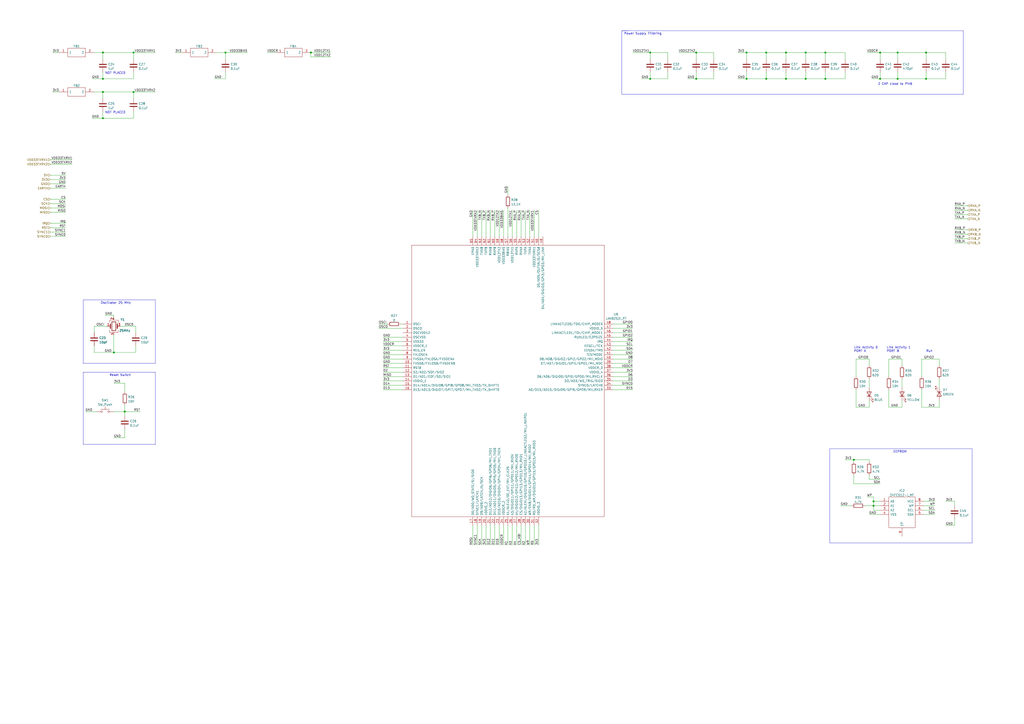
<source format=kicad_sch>
(kicad_sch (version 20230121) (generator eeschema)
  (paper "A2")
  (lib_symbols
    (symbol "CMS_EEPROM:24FC512-I_MF" (pin_names (offset 0.762))
      (property "Reference" "IC" (at 21.59 7.62 0))
      (property "Value" "24FC512-I_MF" (at 21.59 5.08 0))
      (symbol "24FC512-I_MF_0_0"
        (pin passive line (at 0 0 0) (length 5.08) (name "A0") (number "1"))
        (pin passive line (at 0 -2.54 0) (length 5.08) (name "A1") (number "2"))
        (pin passive line (at 0 -5.08 0) (length 5.08) (name "A2") (number "3"))
        (pin passive line (at 0 -7.62 0) (length 5.08) (name "VSS") (number "4"))
        (pin passive line (at 25.4 -7.62 180) (length 5.08) (name "SDA") (number "5"))
        (pin passive line (at 25.4 -5.08 180) (length 5.08) (name "SCL") (number "6"))
        (pin passive line (at 25.4 -2.54 180) (length 5.08) (name "WP") (number "7"))
        (pin passive line (at 25.4 0 180) (length 5.08) (name "VCC") (number "8"))
        (pin passive line (at 12.7 -20.32 90) (length 5.08) (name "EP") (number "9"))
      )
      (symbol "24FC512-I_MF_0_1"
        (polyline (pts (xy 5.08 2.54) (xy 20.32 2.54) (xy 20.32 -15.24) (xy 5.08 -15.24) (xy 5.08 2.54)) (stroke (width 0.1524)))
      )
    )
    (symbol "CMS_Ferrite:BLM18EG221SN1D" (pin_names (offset 0.762))
      (property "Reference" "FB" (at 16.51 7.62 0))
      (symbol "BLM18EG221SN1D_0_0"
        (pin passive line (at 0 0 0) (length 5.08) (name "1") (number "1"))
        (pin passive line (at 20.32 0 180) (length 5.08) (name "2") (number "2"))
      )
      (symbol "BLM18EG221SN1D_0_1"
        (polyline (pts (xy 5.08 2.54) (xy 15.24 2.54) (xy 15.24 -2.54) (xy 5.08 -2.54) (xy 5.08 2.54)) (stroke (width 0.1524)))
      )
    )
    (symbol "CMS_LAN:LAN9252I_PT" (pin_names (offset 0.762))
      (property "Reference" "U" (at 118.11 50.8 0))
      (property "Value" "LAN9252I_PT" (at 118.11 48.26 0))
      (symbol "LAN9252I_PT_0_0"
        (pin passive line (at 0 0 0) (length 5.08) (name "OSCI") (number "1"))
        (pin passive line (at 0 -22.86 0) (length 5.08) (name "FXSDB/FXLOSB/FXSDENB") (number "10"))
        (pin passive line (at 0 -25.4 0) (length 5.08) (name "RST#") (number "11"))
        (pin passive line (at 0 -27.94 0) (length 5.08) (name "D2/AD2/SOF/SIO2") (number "12"))
        (pin passive line (at 0 -30.48 0) (length 5.08) (name "D1/AD1/EOF/SO/SIO1") (number "13"))
        (pin passive line (at 0 -33.02 0) (length 5.08) (name "VDDIO_1") (number "14"))
        (pin passive line (at 0 -35.56 0) (length 5.08) (name "D14/AD14/DIGIO8/GPI8/GPO8/MII_TXD3/TX_SHIFT1") (number "15"))
        (pin passive line (at 0 -38.1 0) (length 5.08) (name "D13/AD13/DIGIO7/GPI7/GPO7/MII_TXD2/TX_SHIFT0") (number "16"))
        (pin passive line (at 40.64 -116.84 90) (length 5.08) (name "D0/AD0/WD_STATE/SI/SIO0") (number "17"))
        (pin passive line (at 43.18 -116.84 90) (length 5.08) (name "SYNC1/LATCH1") (number "18"))
        (pin passive line (at 45.72 -116.84 90) (length 5.08) (name "D9/AD9/LATCH_IN/SCK") (number "19"))
        (pin passive line (at 0 -2.54 0) (length 5.08) (name "OSCO") (number "2"))
        (pin passive line (at 48.26 -116.84 90) (length 5.08) (name "VDDIO_2") (number "20"))
        (pin passive line (at 50.8 -116.84 90) (length 5.08) (name "D12/AD12/DIGIO6/GPI6/GPO6/MII_TXD1") (number "21"))
        (pin passive line (at 53.34 -116.84 90) (length 5.08) (name "D11/AD11/DIGIO5/GPI5/GPO5/MII_TXD0") (number "22"))
        (pin passive line (at 55.88 -116.84 90) (length 5.08) (name "D10/AD10/DIGIO4/GPI4/GPO4/MII_TXEN") (number "23"))
        (pin passive line (at 58.42 -116.84 90) (length 5.08) (name "VDDCR_2") (number "24"))
        (pin passive line (at 60.96 -116.84 90) (length 5.08) (name "A1/ALELO/OE_EXT/MII_CLK25") (number "25"))
        (pin passive line (at 63.5 -116.84 90) (length 5.08) (name "A3/DIGIO11/GPI11/GPO11/MII_RXDV") (number "26"))
        (pin passive line (at 66.04 -116.84 90) (length 5.08) (name "A4/DIGIO12/GPI12/GPO12/MII_RXD0") (number "27"))
        (pin passive line (at 68.58 -116.84 90) (length 5.08) (name "CS/DIGIO13/GPI13/GPO13/MII_RXD1") (number "28"))
        (pin passive line (at 71.12 -116.84 90) (length 5.08) (name "A2/ALEHI/DIGIO10/GPI10/GPO10/_LINKACTLED2/MII_LINKPOL") (number "29"))
        (pin passive line (at 0 -5.08 0) (length 5.08) (name "OSCVDD12") (number "3"))
        (pin passive line (at 73.66 -116.84 90) (length 5.08) (name "WR/ENB/DIGIO14/GPI14/GPO14/MII_RXD2") (number "30"))
        (pin passive line (at 76.2 -116.84 90) (length 5.08) (name "RD/RD_WR/DIGIO15/GPI15/GPO15/MII_RXD3") (number "31"))
        (pin passive line (at 78.74 -116.84 90) (length 5.08) (name "VDDIO_3") (number "32"))
        (pin passive line (at 121.92 -38.1 180) (length 5.08) (name "A0/D15/AD15/DIGIO9/GPI9/GPO9/MII_RXER") (number "33"))
        (pin passive line (at 121.92 -35.56 180) (length 5.08) (name "SYNC0/LATCH0") (number "34"))
        (pin passive line (at 121.92 -33.02 180) (length 5.08) (name "D3/AD3/WD_TRIG/SIO3") (number "35"))
        (pin passive line (at 121.92 -30.48 180) (length 5.08) (name "D6/AD6/DIGIO0/GPI0/GPO0/MII_RXCLK") (number "36"))
        (pin passive line (at 121.92 -27.94 180) (length 5.08) (name "VDDIO_4") (number "37"))
        (pin passive line (at 121.92 -25.4 180) (length 5.08) (name "VDDCR_3") (number "38"))
        (pin passive line (at 121.92 -22.86 180) (length 5.08) (name "D7/AD7/DIGIO1/GPI1/GPO1/MII_MDC") (number "39"))
        (pin passive line (at 0 -7.62 0) (length 5.08) (name "OSCVSS") (number "4"))
        (pin passive line (at 121.92 -20.32 180) (length 5.08) (name "D8/AD8/DIGIO2/GPI2/GPO2/MII_MDIO") (number "40"))
        (pin passive line (at 121.92 -17.78 180) (length 5.08) (name "TESTMODE") (number "41"))
        (pin passive line (at 121.92 -15.24 180) (length 5.08) (name "EESDA/TMS") (number "42"))
        (pin passive line (at 121.92 -12.7 180) (length 5.08) (name "EESCL/TCK") (number "43"))
        (pin passive line (at 121.92 -10.16 180) (length 5.08) (name "IRQ") (number "44"))
        (pin passive line (at 121.92 -7.62 180) (length 5.08) (name "RUNLED/E2PSIZE") (number "45"))
        (pin passive line (at 121.92 -5.08 180) (length 5.08) (name "LINKACTLED1/TDI/CHIP_MODE1") (number "46"))
        (pin passive line (at 121.92 -2.54 180) (length 5.08) (name "VDDIO_5") (number "47"))
        (pin passive line (at 121.92 0 180) (length 5.08) (name "LINKACTLED0/TDO/CHIP_MODE0") (number "48"))
        (pin passive line (at 81.28 50.8 270) (length 5.08) (name "D4/AD4/DIGIO3/GPI3/GPO3/MII_LINK") (number "49"))
        (pin passive line (at 0 -10.16 0) (length 5.08) (name "VDD33") (number "5"))
        (pin passive line (at 78.74 50.8 270) (length 5.08) (name "D5/AD5/OUTVALID/SCS#") (number "50"))
        (pin passive line (at 76.2 50.8 270) (length 5.08) (name "VDD33TXRX1") (number "51"))
        (pin passive line (at 73.66 50.8 270) (length 5.08) (name "TXNA") (number "52"))
        (pin passive line (at 71.12 50.8 270) (length 5.08) (name "TXPA") (number "53"))
        (pin passive line (at 68.58 50.8 270) (length 5.08) (name "RXNA") (number "54"))
        (pin passive line (at 66.04 50.8 270) (length 5.08) (name "RXPA") (number "55"))
        (pin passive line (at 63.5 50.8 270) (length 5.08) (name "VDD12TX1") (number "56"))
        (pin passive line (at 60.96 50.8 270) (length 5.08) (name "RBIAS") (number "57"))
        (pin passive line (at 58.42 50.8 270) (length 5.08) (name "VDD33BIAS") (number "58"))
        (pin passive line (at 55.88 50.8 270) (length 5.08) (name "VDD12TX2") (number "59"))
        (pin passive line (at 0 -12.7 0) (length 5.08) (name "VDDCR_1") (number "6"))
        (pin passive line (at 53.34 50.8 270) (length 5.08) (name "RXPB") (number "60"))
        (pin passive line (at 50.8 50.8 270) (length 5.08) (name "RXNB") (number "61"))
        (pin passive line (at 48.26 50.8 270) (length 5.08) (name "TXPB") (number "62"))
        (pin passive line (at 45.72 50.8 270) (length 5.08) (name "TXNB") (number "63"))
        (pin passive line (at 43.18 50.8 270) (length 5.08) (name "VDD33TXRX2") (number "64"))
        (pin passive line (at 40.64 50.8 270) (length 5.08) (name "EPAD") (number "65"))
        (pin passive line (at 0 -15.24 0) (length 5.08) (name "REG_EN") (number "7"))
        (pin passive line (at 0 -17.78 0) (length 5.08) (name "FXLOSEN") (number "8"))
        (pin passive line (at 0 -20.32 0) (length 5.08) (name "FXSDA/FXLOSA/FXSDENA") (number "9"))
      )
      (symbol "LAN9252I_PT_0_1"
        (polyline (pts (xy 5.08 45.72) (xy 116.84 45.72) (xy 116.84 -111.76) (xy 5.08 -111.76) (xy 5.08 45.72)) (stroke (width 0.1524)))
      )
    )
    (symbol "Device:C" (pin_numbers hide) (pin_names (offset 0.254))
      (property "Reference" "C" (at 0.635 2.54 0))
      (property "Value" "C" (at 0.635 -2.54 0))
      (symbol "C_0_1"
        (polyline (pts (xy -2.032 -0.762) (xy 2.032 -0.762)) (stroke (width 0.508)))
        (polyline (pts (xy -2.032 0.762) (xy 2.032 0.762)) (stroke (width 0.508)))
      )
      (symbol "C_1_1"
        (pin passive line (at 0 3.81 270) (length 2.794) (name "~") (number "1"))
        (pin passive line (at 0 -3.81 90) (length 2.794) (name "~") (number "2"))
      )
    )
    (symbol "Device:Crystal_GND24" (pin_names (offset 1.016) hide)
      (property "Reference" "Y" (at 3.175 5.08 0))
      (property "Value" "Crystal_GND24" (at 3.175 3.175 0))
      (symbol "Crystal_GND24_0_1"
        (rectangle (start -1.143 2.54) (end 1.143 -2.54) (stroke (width 0.3048)))
        (polyline (pts (xy -2.54 0) (xy -2.032 0)))
        (polyline (pts (xy -2.032 -1.27) (xy -2.032 1.27)) (stroke (width 0.508)))
        (polyline (pts (xy 0 -3.81) (xy 0 -3.556)))
        (polyline (pts (xy 0 3.556) (xy 0 3.81)))
        (polyline (pts (xy 2.032 -1.27) (xy 2.032 1.27)) (stroke (width 0.508)))
        (polyline (pts (xy 2.032 0) (xy 2.54 0)))
        (polyline (pts (xy -2.54 -2.286) (xy -2.54 -3.556) (xy 2.54 -3.556) (xy 2.54 -2.286)))
        (polyline (pts (xy -2.54 2.286) (xy -2.54 3.556) (xy 2.54 3.556) (xy 2.54 2.286)))
      )
      (symbol "Crystal_GND24_1_1"
        (pin passive line (at -3.81 0 0) (length 1.27) (name "1") (number "1"))
        (pin passive line (at 0 5.08 270) (length 1.27) (name "2") (number "2"))
        (pin passive line (at 3.81 0 180) (length 1.27) (name "3") (number "3"))
        (pin passive line (at 0 -5.08 90) (length 1.27) (name "4") (number "4"))
      )
    )
    (symbol "Device:LED" (pin_numbers hide) (pin_names (offset 1.016) hide)
      (property "Reference" "D" (at 0 2.54 0))
      (property "Value" "LED" (at 0 -2.54 0))
      (symbol "LED_0_1"
        (polyline (pts (xy -1.27 -1.27) (xy -1.27 1.27)) (stroke (width 0.254)))
        (polyline (pts (xy -1.27 0) (xy 1.27 0)))
        (polyline (pts (xy 1.27 -1.27) (xy 1.27 1.27) (xy -1.27 0) (xy 1.27 -1.27)) (stroke (width 0.254)))
        (polyline (pts (xy -3.048 -0.762) (xy -4.572 -2.286) (xy -3.81 -2.286) (xy -4.572 -2.286) (xy -4.572 -1.524)))
        (polyline (pts (xy -1.778 -0.762) (xy -3.302 -2.286) (xy -2.54 -2.286) (xy -3.302 -2.286) (xy -3.302 -1.524)))
      )
      (symbol "LED_1_1"
        (pin passive line (at -3.81 0 0) (length 2.54) (name "K") (number "1"))
        (pin passive line (at 3.81 0 180) (length 2.54) (name "A") (number "2"))
      )
    )
    (symbol "Device:R" (pin_numbers hide) (pin_names (offset 0))
      (property "Reference" "R" (at 2.032 0 90))
      (property "Value" "R" (at 0 0 90))
      (symbol "R_0_1"
        (rectangle (start -1.016 -2.54) (end 1.016 2.54) (stroke (width 0.254)))
      )
      (symbol "R_1_1"
        (pin passive line (at 0 3.81 270) (length 1.27) (name "~") (number "1"))
        (pin passive line (at 0 -3.81 90) (length 1.27) (name "~") (number "2"))
      )
    )
    (symbol "Switch:SW_Push" (pin_numbers hide) (pin_names (offset 1.016) hide)
      (property "Reference" "SW" (at 1.27 2.54 0))
      (property "Value" "SW_Push" (at 0 -1.524 0))
      (symbol "SW_Push_0_1"
        (circle (center -2.032 0) (radius 0.508))
        (polyline (pts (xy 0 1.27) (xy 0 3.048)))
        (polyline (pts (xy 2.54 1.27) (xy -2.54 1.27)))
        (circle (center 2.032 0) (radius 0.508))
        (pin passive line (at -5.08 0 0) (length 2.54) (name "1") (number "1"))
        (pin passive line (at 5.08 0 180) (length 2.54) (name "2") (number "2"))
      )
    )
  )
  (junction (at 537.21 45.72))
  (junction (at 506.73 293.37))
  (junction (at 377.19 30.48))
  (junction (at 77.47 30.48))
  (junction (at 510.54 45.72))
  (junction (at 433.07 45.72))
  (junction (at 520.7 45.72))
  (junction (at 66.04 204.47))
  (junction (at 495.3 266.7))
  (junction (at 59.69 30.48))
  (junction (at 455.93 30.48))
  (junction (at 433.07 30.48))
  (junction (at 506.73 290.83))
  (junction (at 72.39 238.76))
  (junction (at 467.36 30.48))
  (junction (at 59.69 45.72))
  (junction (at 537.21 30.48))
  (junction (at 478.79 45.72))
  (junction (at 444.5 30.48))
  (junction (at 444.5 45.72))
  (junction (at 455.93 45.72))
  (junction (at 77.47 53.34))
  (junction (at 59.69 53.34))
  (junction (at 130.81 30.48))
  (junction (at 478.79 30.48))
  (junction (at 403.86 45.72))
  (junction (at 180.34 30.48))
  (junction (at 403.86 30.48))
  (junction (at 59.69 68.58))
  (junction (at 520.7 30.48))
  (junction (at 377.19 45.72))
  (junction (at 510.54 30.48))
  (junction (at 467.36 45.72))
  (wire (pts (xy 444.5 30.48) (xy 455.93 30.48)))
  (polyline (pts (xy 48.26 215.9) (xy 90.17 215.9)))
  (wire (pts (xy 387.35 41.91) (xy 387.35 45.72)))
  (wire (pts (xy 297.18 316.23) (xy 297.18 304.8)))
  (wire (pts (xy 367.03 195.58) (xy 355.6 195.58)))
  (wire (pts (xy 77.47 53.34) (xy 90.17 53.34)))
  (wire (pts (xy 304.8 316.23) (xy 304.8 304.8)))
  (wire (pts (xy 59.69 53.34) (xy 59.69 57.15)))
  (wire (pts (xy 553.72 138.43) (xy 561.34 138.43)))
  (wire (pts (xy 534.67 226.06) (xy 534.67 236.22)))
  (wire (pts (xy 284.48 316.23) (xy 284.48 304.8)))
  (wire (pts (xy 59.69 64.77) (xy 59.69 68.58)))
  (wire (pts (xy 222.25 198.12) (xy 233.68 198.12)))
  (polyline (pts (xy 563.88 260.35) (xy 563.88 314.96)))
  (wire (pts (xy 307.34 316.23) (xy 307.34 304.8)))
  (wire (pts (xy 444.5 30.48) (xy 444.5 34.29)))
  (wire (pts (xy 553.72 127) (xy 561.34 127)))
  (polyline (pts (xy 90.17 215.9) (xy 90.17 257.81)))
  (wire (pts (xy 495.3 280.67) (xy 510.54 280.67)))
  (wire (pts (xy 478.79 30.48) (xy 478.79 34.29)))
  (wire (pts (xy 78.74 200.66) (xy 78.74 204.47)))
  (wire (pts (xy 222.25 213.36) (xy 233.68 213.36)))
  (wire (pts (xy 29.21 120.65) (xy 38.1 120.65)))
  (wire (pts (xy 29.21 101.6) (xy 38.1 101.6)))
  (wire (pts (xy 66.04 204.47) (xy 78.74 204.47)))
  (wire (pts (xy 294.64 316.23) (xy 294.64 304.8)))
  (wire (pts (xy 54.61 204.47) (xy 66.04 204.47)))
  (wire (pts (xy 72.39 222.25) (xy 72.39 227.33)))
  (wire (pts (xy 312.42 316.23) (xy 312.42 304.8)))
  (wire (pts (xy 49.53 238.76) (xy 55.88 238.76)))
  (polyline (pts (xy 360.68 54.61) (xy 558.8 54.61)))
  (wire (pts (xy 523.24 232.41) (xy 523.24 236.22)))
  (wire (pts (xy 403.86 45.72) (xy 414.02 45.72)))
  (wire (pts (xy 490.22 30.48) (xy 490.22 34.29)))
  (wire (pts (xy 309.88 316.23) (xy 309.88 304.8)))
  (wire (pts (xy 495.3 266.7) (xy 490.22 266.7)))
  (wire (pts (xy 506.73 293.37) (xy 506.73 295.91)))
  (polyline (pts (xy 481.33 260.35) (xy 481.33 314.96)))
  (wire (pts (xy 54.61 30.48) (xy 59.69 30.48)))
  (polyline (pts (xy 48.26 173.99) (xy 48.26 210.82)))
  (wire (pts (xy 510.54 30.48) (xy 520.7 30.48)))
  (wire (pts (xy 377.19 30.48) (xy 387.35 30.48)))
  (wire (pts (xy 38.1 129.54) (xy 29.21 129.54)))
  (wire (pts (xy 367.03 220.98) (xy 355.6 220.98)))
  (wire (pts (xy 367.03 187.96) (xy 355.6 187.96)))
  (wire (pts (xy 478.79 41.91) (xy 478.79 45.72)))
  (wire (pts (xy 180.34 30.48) (xy 191.77 30.48)))
  (wire (pts (xy 309.88 121.92) (xy 309.88 137.16)))
  (wire (pts (xy 537.21 30.48) (xy 548.64 30.48)))
  (wire (pts (xy 72.39 248.92) (xy 72.39 254)))
  (wire (pts (xy 444.5 41.91) (xy 444.5 45.72)))
  (wire (pts (xy 59.69 30.48) (xy 77.47 30.48)))
  (wire (pts (xy 506.73 295.91) (xy 510.54 295.91)))
  (wire (pts (xy 130.81 30.48) (xy 143.51 30.48)))
  (wire (pts (xy 124.46 45.72) (xy 130.81 45.72)))
  (wire (pts (xy 219.71 190.5) (xy 233.68 190.5)))
  (polyline (pts (xy 90.17 173.99) (xy 90.17 210.82)))
  (wire (pts (xy 542.29 290.83) (xy 535.94 290.83)))
  (wire (pts (xy 59.69 30.48) (xy 59.69 34.29)))
  (wire (pts (xy 553.72 290.83) (xy 548.64 290.83)))
  (wire (pts (xy 455.93 45.72) (xy 467.36 45.72)))
  (wire (pts (xy 54.61 200.66) (xy 54.61 204.47)))
  (wire (pts (xy 38.1 115.57) (xy 29.21 115.57)))
  (wire (pts (xy 29.21 104.14) (xy 38.1 104.14)))
  (polyline (pts (xy 48.26 215.9) (xy 48.26 257.81)))
  (wire (pts (xy 279.4 316.23) (xy 279.4 304.8)))
  (wire (pts (xy 59.69 53.34) (xy 77.47 53.34)))
  (wire (pts (xy 510.54 278.13) (xy 504.19 278.13)))
  (wire (pts (xy 534.67 218.44) (xy 534.67 208.28)))
  (wire (pts (xy 523.24 219.71) (xy 523.24 224.79)))
  (wire (pts (xy 222.25 205.74) (xy 233.68 205.74)))
  (wire (pts (xy 287.02 316.23) (xy 287.02 304.8)))
  (polyline (pts (xy 90.17 257.81) (xy 48.26 257.81)))
  (wire (pts (xy 222.25 203.2) (xy 233.68 203.2)))
  (wire (pts (xy 504.19 232.41) (xy 504.19 236.22)))
  (wire (pts (xy 78.74 193.04) (xy 78.74 189.23)))
  (wire (pts (xy 504.19 208.28) (xy 504.19 212.09)))
  (wire (pts (xy 478.79 45.72) (xy 490.22 45.72)))
  (wire (pts (xy 77.47 64.77) (xy 77.47 68.58)))
  (polyline (pts (xy 48.26 173.99) (xy 90.17 173.99)))
  (wire (pts (xy 495.3 266.7) (xy 504.19 266.7)))
  (wire (pts (xy 455.93 30.48) (xy 467.36 30.48)))
  (wire (pts (xy 455.93 30.48) (xy 455.93 34.29)))
  (wire (pts (xy 66.04 184.15) (xy 66.04 182.88)))
  (wire (pts (xy 302.26 121.92) (xy 302.26 137.16)))
  (wire (pts (xy 534.67 208.28) (xy 544.83 208.28)))
  (wire (pts (xy 433.07 30.48) (xy 444.5 30.48)))
  (wire (pts (xy 496.57 218.44) (xy 496.57 208.28)))
  (wire (pts (xy 294.64 107.95) (xy 294.64 113.03)))
  (wire (pts (xy 403.86 30.48) (xy 414.02 30.48)))
  (wire (pts (xy 496.57 226.06) (xy 496.57 236.22)))
  (wire (pts (xy 38.1 132.08) (xy 29.21 132.08)))
  (wire (pts (xy 515.62 236.22) (xy 523.24 236.22)))
  (wire (pts (xy 467.36 30.48) (xy 478.79 30.48)))
  (wire (pts (xy 537.21 45.72) (xy 548.64 45.72)))
  (wire (pts (xy 222.25 226.06) (xy 233.68 226.06)))
  (wire (pts (xy 367.03 203.2) (xy 355.6 203.2)))
  (wire (pts (xy 77.47 30.48) (xy 90.17 30.48)))
  (wire (pts (xy 520.7 30.48) (xy 537.21 30.48)))
  (wire (pts (xy 520.7 30.48) (xy 520.7 34.29)))
  (polyline (pts (xy 481.33 260.35) (xy 563.88 260.35)))
  (wire (pts (xy 289.56 121.92) (xy 289.56 137.16)))
  (wire (pts (xy 367.03 223.52) (xy 355.6 223.52)))
  (wire (pts (xy 515.62 226.06) (xy 515.62 236.22)))
  (wire (pts (xy 367.03 205.74) (xy 355.6 205.74)))
  (wire (pts (xy 520.7 45.72) (xy 510.54 45.72)))
  (polyline (pts (xy 360.68 17.78) (xy 558.8 17.78)))
  (wire (pts (xy 377.19 30.48) (xy 367.03 30.48)))
  (wire (pts (xy 72.39 234.95) (xy 72.39 238.76)))
  (wire (pts (xy 414.02 30.48) (xy 414.02 34.29)))
  (wire (pts (xy 180.34 33.02) (xy 180.34 30.48)))
  (wire (pts (xy 222.25 200.66) (xy 233.68 200.66)))
  (wire (pts (xy 427.99 30.48) (xy 433.07 30.48)))
  (wire (pts (xy 77.47 30.48) (xy 77.47 34.29)))
  (wire (pts (xy 367.03 200.66) (xy 355.6 200.66)))
  (wire (pts (xy 279.4 121.92) (xy 279.4 137.16)))
  (wire (pts (xy 274.32 121.92) (xy 274.32 137.16)))
  (wire (pts (xy 54.61 53.34) (xy 59.69 53.34)))
  (wire (pts (xy 59.69 45.72) (xy 53.34 45.72)))
  (wire (pts (xy 29.21 92.71) (xy 41.91 92.71)))
  (wire (pts (xy 523.24 208.28) (xy 523.24 212.09)))
  (wire (pts (xy 30.48 30.48) (xy 34.29 30.48)))
  (wire (pts (xy 544.83 219.71) (xy 544.83 224.79)))
  (wire (pts (xy 542.29 295.91) (xy 535.94 295.91)))
  (wire (pts (xy 505.46 45.72) (xy 510.54 45.72)))
  (wire (pts (xy 38.1 137.16) (xy 29.21 137.16)))
  (wire (pts (xy 54.61 193.04) (xy 54.61 189.23)))
  (wire (pts (xy 66.04 194.31) (xy 66.04 204.47)))
  (wire (pts (xy 154.94 30.48) (xy 160.02 30.48)))
  (wire (pts (xy 232.41 187.96) (xy 233.68 187.96)))
  (wire (pts (xy 433.07 41.91) (xy 433.07 45.72)))
  (wire (pts (xy 377.19 45.72) (xy 387.35 45.72)))
  (wire (pts (xy 403.86 41.91) (xy 403.86 45.72)))
  (wire (pts (xy 54.61 189.23) (xy 62.23 189.23)))
  (wire (pts (xy 292.1 121.92) (xy 292.1 137.16)))
  (wire (pts (xy 222.25 223.52) (xy 233.68 223.52)))
  (wire (pts (xy 548.64 41.91) (xy 548.64 45.72)))
  (wire (pts (xy 38.1 109.22) (xy 29.21 109.22)))
  (wire (pts (xy 299.72 316.23) (xy 299.72 304.8)))
  (wire (pts (xy 502.92 288.29) (xy 506.73 288.29)))
  (wire (pts (xy 467.36 30.48) (xy 467.36 34.29)))
  (wire (pts (xy 506.73 290.83) (xy 506.73 293.37)))
  (wire (pts (xy 495.3 280.67) (xy 495.3 275.59)))
  (wire (pts (xy 367.03 210.82) (xy 355.6 210.82)))
  (wire (pts (xy 72.39 241.3) (xy 72.39 238.76)))
  (wire (pts (xy 222.25 220.98) (xy 233.68 220.98)))
  (wire (pts (xy 542.29 298.45) (xy 535.94 298.45)))
  (wire (pts (xy 276.86 121.92) (xy 276.86 137.16)))
  (wire (pts (xy 302.26 316.23) (xy 302.26 304.8)))
  (wire (pts (xy 66.04 238.76) (xy 72.39 238.76)))
  (wire (pts (xy 515.62 218.44) (xy 515.62 208.28)))
  (wire (pts (xy 59.69 68.58) (xy 77.47 68.58)))
  (wire (pts (xy 427.99 45.72) (xy 433.07 45.72)))
  (wire (pts (xy 367.03 213.36) (xy 355.6 213.36)))
  (wire (pts (xy 29.21 106.68) (xy 38.1 106.68)))
  (wire (pts (xy 403.86 34.29) (xy 403.86 30.48)))
  (wire (pts (xy 294.64 120.65) (xy 294.64 137.16)))
  (wire (pts (xy 59.69 41.91) (xy 59.69 45.72)))
  (wire (pts (xy 77.47 53.34) (xy 77.47 57.15)))
  (wire (pts (xy 29.21 95.25) (xy 41.91 95.25)))
  (wire (pts (xy 553.72 121.92) (xy 561.34 121.92)))
  (polyline (pts (xy 558.8 54.61) (xy 558.8 17.78)))
  (wire (pts (xy 367.03 226.06) (xy 355.6 226.06)))
  (wire (pts (xy 299.72 121.92) (xy 299.72 137.16)))
  (wire (pts (xy 130.81 30.48) (xy 130.81 34.29)))
  (wire (pts (xy 274.32 304.8) (xy 274.32 316.23)))
  (wire (pts (xy 355.6 198.12) (xy 367.03 198.12)))
  (wire (pts (xy 553.72 119.38) (xy 561.34 119.38)))
  (wire (pts (xy 537.21 30.48) (xy 537.21 34.29)))
  (wire (pts (xy 490.22 41.91) (xy 490.22 45.72)))
  (wire (pts (xy 444.5 45.72) (xy 455.93 45.72)))
  (wire (pts (xy 504.19 267.97) (xy 504.19 266.7)))
  (wire (pts (xy 520.7 45.72) (xy 537.21 45.72)))
  (wire (pts (xy 287.02 121.92) (xy 287.02 137.16)))
  (wire (pts (xy 433.07 30.48) (xy 433.07 34.29)))
  (wire (pts (xy 367.03 208.28) (xy 355.6 208.28)))
  (wire (pts (xy 387.35 30.48) (xy 387.35 34.29)))
  (wire (pts (xy 367.03 193.04) (xy 355.6 193.04)))
  (wire (pts (xy 372.11 45.72) (xy 377.19 45.72)))
  (wire (pts (xy 367.03 215.9) (xy 355.6 215.9)))
  (wire (pts (xy 367.03 190.5) (xy 355.6 190.5)))
  (wire (pts (xy 403.86 30.48) (xy 393.7 30.48)))
  (wire (pts (xy 414.02 41.91) (xy 414.02 45.72)))
  (wire (pts (xy 398.78 45.72) (xy 403.86 45.72)))
  (wire (pts (xy 504.19 275.59) (xy 504.19 278.13)))
  (polyline (pts (xy 360.68 17.78) (xy 360.68 54.61)))
  (wire (pts (xy 487.68 293.37) (xy 494.03 293.37)))
  (wire (pts (xy 496.57 208.28) (xy 504.19 208.28)))
  (wire (pts (xy 553.72 304.8) (xy 548.64 304.8)))
  (wire (pts (xy 544.83 232.41) (xy 544.83 236.22)))
  (wire (pts (xy 553.72 135.89) (xy 561.34 135.89)))
  (wire (pts (xy 222.25 210.82) (xy 233.68 210.82)))
  (wire (pts (xy 59.69 68.58) (xy 53.34 68.58)))
  (wire (pts (xy 548.64 30.48) (xy 548.64 34.29)))
  (wire (pts (xy 233.68 215.9) (xy 222.25 215.9)))
  (wire (pts (xy 219.71 187.96) (xy 224.79 187.96)))
  (wire (pts (xy 281.94 121.92) (xy 281.94 137.16)))
  (wire (pts (xy 553.72 300.99) (xy 553.72 304.8)))
  (wire (pts (xy 312.42 121.92) (xy 312.42 137.16)))
  (wire (pts (xy 553.72 290.83) (xy 553.72 293.37)))
  (wire (pts (xy 553.72 133.35) (xy 561.34 133.35)))
  (polyline (pts (xy 90.17 210.82) (xy 48.26 210.82)))
  (wire (pts (xy 506.73 290.83) (xy 510.54 290.83)))
  (wire (pts (xy 367.03 218.44) (xy 355.6 218.44)))
  (wire (pts (xy 377.19 41.91) (xy 377.19 45.72)))
  (wire (pts (xy 467.36 41.91) (xy 467.36 45.72)))
  (wire (pts (xy 101.6 30.48) (xy 105.41 30.48)))
  (wire (pts (xy 510.54 30.48) (xy 510.54 34.29)))
  (wire (pts (xy 297.18 121.92) (xy 297.18 137.16)))
  (wire (pts (xy 292.1 316.23) (xy 292.1 304.8)))
  (wire (pts (xy 289.56 316.23) (xy 289.56 304.8)))
  (wire (pts (xy 29.21 118.11) (xy 38.1 118.11)))
  (wire (pts (xy 377.19 34.29) (xy 377.19 30.48)))
  (wire (pts (xy 506.73 293.37) (xy 510.54 293.37)))
  (wire (pts (xy 69.85 189.23) (xy 78.74 189.23)))
  (wire (pts (xy 520.7 41.91) (xy 520.7 45.72)))
  (wire (pts (xy 66.04 222.25) (xy 72.39 222.25)))
  (wire (pts (xy 222.25 195.58) (xy 233.68 195.58)))
  (wire (pts (xy 515.62 208.28) (xy 523.24 208.28)))
  (wire (pts (xy 130.81 41.91) (xy 130.81 45.72)))
  (wire (pts (xy 510.54 41.91) (xy 510.54 45.72)))
  (wire (pts (xy 478.79 30.48) (xy 490.22 30.48)))
  (wire (pts (xy 502.92 30.48) (xy 510.54 30.48)))
  (wire (pts (xy 233.68 218.44) (xy 222.25 218.44)))
  (wire (pts (xy 29.21 123.19) (xy 38.1 123.19)))
  (wire (pts (xy 504.19 219.71) (xy 504.19 224.79)))
  (wire (pts (xy 495.3 266.7) (xy 495.3 267.97)))
  (wire (pts (xy 534.67 236.22) (xy 544.83 236.22)))
  (wire (pts (xy 307.34 121.92) (xy 307.34 137.16)))
  (wire (pts (xy 222.25 208.28) (xy 233.68 208.28)))
  (wire (pts (xy 304.8 121.92) (xy 304.8 137.16)))
  (wire (pts (xy 542.29 293.37) (xy 535.94 293.37)))
  (wire (pts (xy 467.36 45.72) (xy 478.79 45.72)))
  (wire (pts (xy 553.72 140.97) (xy 561.34 140.97)))
  (wire (pts (xy 501.65 293.37) (xy 506.73 293.37)))
  (wire (pts (xy 284.48 121.92) (xy 284.48 137.16)))
  (wire (pts (xy 191.77 33.02) (xy 180.34 33.02)))
  (wire (pts (xy 59.69 45.72) (xy 77.47 45.72)))
  (polyline (pts (xy 563.88 314.96) (xy 481.33 314.96)))
  (wire (pts (xy 30.48 53.34) (xy 34.29 53.34)))
  (wire (pts (xy 60.96 182.88) (xy 66.04 182.88)))
  (wire (pts (xy 276.86 316.23) (xy 276.86 304.8)))
  (polyline (pts (xy 360.68 17.78) (xy 364.49 17.78)))
  (wire (pts (xy 38.1 134.62) (xy 29.21 134.62)))
  (wire (pts (xy 66.04 254) (xy 72.39 254)))
  (wire (pts (xy 77.47 41.91) (xy 77.47 45.72)))
  (wire (pts (xy 455.93 41.91) (xy 455.93 45.72)))
  (wire (pts (xy 496.57 236.22) (xy 504.19 236.22)))
  (wire (pts (xy 506.73 288.29) (xy 506.73 290.83)))
  (wire (pts (xy 537.21 41.91) (xy 537.21 45.72)))
  (wire (pts (xy 281.94 316.23) (xy 281.94 304.8)))
  (wire (pts (xy 544.83 208.28) (xy 544.83 212.09)))
  (wire (pts (xy 125.73 30.48) (xy 130.81 30.48)))
  (wire (pts (xy 553.72 124.46) (xy 561.34 124.46)))
  (wire (pts (xy 433.07 45.72) (xy 444.5 45.72)))
  (wire (pts (xy 72.39 238.76) (xy 81.28 238.76)))
  (wire (pts (xy 504.19 298.45) (xy 510.54 298.45)))
  (text "Oscillator 25 MHz\n" (at 58.42 176.53 0) (effects (font (size 1.27 1.27)) (justify left bottom)))
  (text "Power Supply Filtering" (at 361.95 20.32 0) (effects (font (size 1.27 1.27)) (justify left bottom)))
  (text "EEPROM" (at 518.16 262.89 0) (effects (font (size 1.27 1.27)) (justify left bottom)))
  (text "Run" (at 537.21 204.47 0) (effects (font (size 1.27 1.27)) (justify left bottom)))
  (text "NOT PLACED" (at 60.96 43.18 0) (effects (font (size 1.27 1.27)) (justify left bottom)))
  (text "NOT PLACED" (at 60.96 66.04 0) (effects (font (size 1.27 1.27)) (justify left bottom)))
  (text "Link Activity 0\nPORT A" (at 495.3 204.47 0) (effects (font (size 1.27 1.27)) (justify left bottom)))
  (text "2 CAP close to Pin6" (at 509.27 49.53 0) (effects (font (size 1.27 1.27)) (justify left bottom)))
  (text "Reset Switch" (at 63.5 218.44 0) (effects (font (size 1.27 1.27)) (justify left bottom)))
  (text "Link Activity 1\nPORT B" (at 514.35 204.47 0) (effects (font (size 1.27 1.27)) (justify left bottom)))
  (label "GND" (at 222.25 208.28 0))
  (label "RST" (at 81.28 238.76 180))
  (label "GND" (at 222.25 195.58 0))
  (label "MISO" (at 222.25 218.44 0))
  (label "VDD33TXRX2" (at 276.86 121.92 270))
  (label "GND" (at 222.25 205.74 0))
  (label "VDD12TX1" (at 297.18 121.92 270))
  (label "CS" (at 38.1 115.57 180))
  (label "VDDCR" (at 367.03 213.36 180))
  (label "SCL" (at 367.03 200.66 180))
  (label "D7" (at 367.03 210.82 180))
  (label "A3" (at 297.18 316.23 90))
  (label "GND" (at 64.77 204.47 180))
  (label "SDA" (at 542.29 298.45 180))
  (label "SDA" (at 510.54 280.67 180))
  (label "SYNC1" (at 276.86 316.23 90))
  (label "3V3" (at 548.64 290.83 0))
  (label "VDDCR" (at 154.94 30.48 0))
  (label "D3" (at 367.03 220.98 180))
  (label "WP" (at 502.92 288.29 0))
  (label "D12" (at 284.48 316.23 90))
  (label "GPIO0" (at 497.84 208.28 0))
  (label "3V3" (at 367.03 190.5 180))
  (label "VDD12TX2" (at 393.7 30.48 0))
  (label "3V3" (at 222.25 198.12 0))
  (label "IRQ" (at 367.03 198.12 180))
  (label "SCL" (at 510.54 278.13 180))
  (label "GND" (at 398.78 45.72 0))
  (label "VDD12TX1" (at 367.03 30.48 0))
  (label "GND" (at 504.19 298.45 0))
  (label "RXB_P" (at 553.72 133.35 0))
  (label "D6" (at 367.03 218.44 180))
  (label "CS" (at 312.42 121.92 270))
  (label "GND" (at 427.99 45.72 0))
  (label "D10" (at 289.56 316.23 90))
  (label "GPIO0" (at 367.03 187.96 180))
  (label "SCK" (at 38.1 118.11 180))
  (label "3V3" (at 222.25 203.2 0))
  (label "IRQ" (at 38.1 129.54 180))
  (label "WR" (at 307.34 316.23 90))
  (label "RD" (at 309.88 316.23 90))
  (label "VDD33TXRX1" (at 41.91 92.71 180))
  (label "RXA_N" (at 302.26 121.92 270))
  (label "GND" (at 505.46 45.72 0))
  (label "D14" (at 222.25 223.52 0))
  (label "GND" (at 274.32 121.92 270))
  (label "VDD12TX2" (at 289.56 121.92 270))
  (label "TXA_P" (at 304.8 121.92 270))
  (label "3V3" (at 490.22 266.7 0))
  (label "SYNC0" (at 367.03 223.52 180))
  (label "GPIO1" (at 516.89 208.28 0))
  (label "GND" (at 367.03 205.74 180))
  (label "TXB_N" (at 553.72 140.97 0))
  (label "GPIO1" (at 367.03 193.04 180))
  (label "TXA_P" (at 553.72 124.46 0))
  (label "RXB_N" (at 284.48 121.92 270))
  (label "GND" (at 497.84 236.22 0))
  (label "D13" (at 222.25 226.06 0))
  (label "GPIO2" (at 367.03 195.58 180))
  (label "VDD33TXRX2" (at 41.91 95.25 180))
  (label "SCK" (at 279.4 316.23 90))
  (label "MOSI" (at 38.1 120.65 180))
  (label "GND" (at 49.53 238.76 0))
  (label "3V3" (at 101.6 30.48 0))
  (label "RXB_P" (at 287.02 121.92 270))
  (label "RST" (at 38.1 132.08 180))
  (label "VDD33BIAS" (at 143.51 30.48 180))
  (label "OSCI" (at 219.71 187.96 0))
  (label "GND" (at 294.64 107.95 270))
  (label "GND" (at 222.25 210.82 0))
  (label "VDDCR" (at 222.25 200.66 0))
  (label "RXA_P" (at 553.72 119.38 0))
  (label "5V" (at 38.1 101.6 180))
  (label "A2" (at 304.8 316.23 90))
  (label "MOSI" (at 274.32 316.23 90))
  (label "GND" (at 53.34 45.72 0))
  (label "TXA_N" (at 553.72 127 0))
  (label "3V3" (at 66.04 222.25 0))
  (label "SCL" (at 542.29 295.91 180))
  (label "GND" (at 53.34 68.58 0))
  (label "3V3" (at 281.94 316.23 90))
  (label "3V3" (at 30.48 30.48 0))
  (label "TXA_N" (at 307.34 121.92 270))
  (label "OSC0" (at 77.47 189.23 180))
  (label "A4" (at 299.72 316.23 90))
  (label "D2" (at 222.25 215.9 0))
  (label "3V3" (at 30.48 53.34 0))
  (label "VDDCR" (at 292.1 316.23 90))
  (label "OSC0" (at 219.71 190.5 0))
  (label "RXA_P" (at 299.72 121.92 270))
  (label "GND" (at 516.89 236.22 0))
  (label "OSCI" (at 55.88 189.23 0))
  (label "EARTH" (at 38.1 109.22 180))
  (label "VDD12TX1" (at 191.77 30.48 180))
  (label "A1" (at 294.64 316.23 90))
  (label "TXB_N" (at 279.4 121.92 270))
  (label "SYNC1" (at 38.1 134.62 180))
  (label "TXB_P" (at 553.72 138.43 0))
  (label "3V3" (at 312.42 316.23 90))
  (label "GND" (at 372.11 45.72 0))
  (label "CS_HBI" (at 302.26 316.23 90))
  (label "GND" (at 124.46 45.72 0))
  (label "SYNC0" (at 38.1 137.16 180))
  (label "D11" (at 287.02 316.23 90))
  (label "GND" (at 548.64 304.8 0))
  (label "D8" (at 367.03 208.28 180))
  (label "GND" (at 487.68 293.37 0))
  (label "VDD33TXRX2" (at 90.17 53.34 180))
  (label "3V3" (at 538.48 236.22 0))
  (label "MISO" (at 38.1 123.19 180))
  (label "WP" (at 542.29 293.37 180))
  (label "3V3" (at 222.25 220.98 0))
  (label "GND" (at 66.04 254 0))
  (label "RST" (at 222.25 213.36 0))
  (label "VDD33TXRX1" (at 309.88 121.92 270))
  (label "GND" (at 38.1 106.68 180))
  (label "VDD33BIAS" (at 292.1 121.92 270))
  (label "VDDCR" (at 502.92 30.48 0))
  (label "RXA_N" (at 553.72 121.92 0))
  (label "TXB_P" (at 281.94 121.92 270))
  (label "VDD33TXRX1" (at 90.17 30.48 180))
  (label "RXB_N" (at 553.72 135.89 0))
  (label "GND" (at 60.96 182.88 0))
  (label "VDD12TX2" (at 191.77 33.02 180))
  (label "GPIO2" (at 535.94 208.28 0))
  (label "3V3" (at 367.03 215.9 180))
  (label "3V3" (at 38.1 104.14 180))
  (label "3V3" (at 427.99 30.48 0))
  (label "SDA" (at 367.03 203.2 180))
  (label "3V3" (at 542.29 290.83 180))
  (label "D15" (at 367.03 226.06 180))
  (hierarchical_label "VDD33TXRX1" (shape input) (at 29.21 92.71 180))
  (hierarchical_label "GND" (shape input) (at 29.21 106.68 180))
  (hierarchical_label "MISO" (shape input) (at 29.21 123.19 180))
  (hierarchical_label "IRQ" (shape input) (at 29.21 129.54 180))
  (hierarchical_label "TXB_P" (shape input) (at 561.34 138.43 0))
  (hierarchical_label "MOSI" (shape input) (at 29.21 120.65 180))
  (hierarchical_label "5V" (shape input) (at 29.21 101.6 180))
  (hierarchical_label "RXA_P" (shape input) (at 561.34 119.38 0))
  (hierarchical_label "CS" (shape input) (at 29.21 115.57 180))
  (hierarchical_label "RXB_N" (shape input) (at 561.34 135.89 0))
  (hierarchical_label "SYNC1" (shape input) (at 29.21 134.62 180))
  (hierarchical_label "RXA_N" (shape input) (at 561.34 121.92 0))
  (hierarchical_label "TXA_N" (shape input) (at 561.34 127 0))
  (hierarchical_label "3V3" (shape input) (at 29.21 104.14 180))
  (hierarchical_label "RXB_P" (shape input) (at 561.34 133.35 0))
  (hierarchical_label "VDD33TXRX2" (shape input) (at 29.21 95.25 180))
  (hierarchical_label "TXA_P" (shape input) (at 561.34 124.46 0))
  (hierarchical_label "SYNC0" (shape input) (at 29.21 137.16 180))
  (hierarchical_label "SCK" (shape input) (at 29.21 118.11 180))
  (hierarchical_label "TXB_N" (shape input) (at 561.34 140.97 0))
  (hierarchical_label "EARTH" (shape input) (at 29.21 109.22 180))
  (hierarchical_label "RST" (shape input) (at 29.21 132.08 180))
  (symbol (lib_id "Device:C") (at 414.02 38.1 0) (unit 1)
    (property "Reference" "C34" (at 416.941 37.2653 0) (effects (justify left)))
    (property "Value" "0.1uF" (at 416.941 39.8022 0) (effects (justify left)))
    (property "Footprint" "Capacitor_SMD:C_0603_1608Metric" (effects hide))
    (property "MPN" "C1608X7S2A104K080AB" (effects hide))
  )
  (symbol (lib_id "Device:C") (at 433.07 38.1 0) (unit 1)
    (property "Reference" "C35" (at 435.991 37.2653 0) (effects (justify left)))
    (property "Value" "0.1uF" (at 435.991 39.8022 0) (effects (justify left)))
    (property "Footprint" "Capacitor_SMD:C_0603_1608Metric" (effects hide))
    (property "MPN" "C1608X7S2A104K080AB" (effects hide))
  )
  (symbol (lib_id "Device:R") (at 497.84 293.37 90) (unit 1)
    (property "Reference" "R31" (at 497.84 288.6542 90))
    (property "Value" "4.7K" (at 497.84 291.1911 90))
    (property "Footprint" "Resistor_SMD:R_0603_1608Metric_Pad0.98x0.95mm_HandSolder" (effects hide))
    (property "MPN" "RC0603FR-074K7L" (effects hide))
  )
  (symbol (lib_id "Device:C") (at 548.64 38.1 0) (unit 1)
    (property "Reference" "C44" (at 551.561 37.2653 0) (effects (justify left)))
    (property "Value" "0.1uF" (at 551.561 39.8022 0) (effects (justify left)))
    (property "Footprint" "Capacitor_SMD:C_0603_1608Metric" (effects hide))
    (property "MPN" "C1608X7S2A104K080AB" (effects hide))
  )
  (symbol (lib_id "Device:R") (at 72.39 231.14 0) (unit 1)
    (property "Reference" "R26" (at 74.168 230.3053 0) (effects (justify left)))
    (property "Value" "10K" (at 74.168 232.8422 0) (effects (justify left)))
    (property "Footprint" "Resistor_SMD:R_0603_1608Metric_Pad0.98x0.95mm_HandSolder" (effects hide))
    (property "MPN" "ESR03EZPJ103" (effects hide))
  )
  (symbol (lib_id "Device:C") (at 59.69 60.96 0) (unit 1)
    (property "Reference" "C25" (at 62.611 60.1253 0) (effects (justify left)))
    (property "Value" "1uF" (at 62.611 62.6622 0) (effects (justify left)))
    (property "Footprint" "Capacitor_SMD:C_0603_1608Metric" (effects hide))
    (property "MPN" "C1608X7R1C105K080AC" (effects hide))
  )
  (symbol (lib_id "Device:C") (at 403.86 38.1 0) (unit 1)
    (property "Reference" "C33" (at 406.781 37.2653 0) (effects (justify left)))
    (property "Value" "1uF" (at 406.781 39.8022 0) (effects (justify left)))
    (property "Footprint" "Capacitor_SMD:C_0603_1608Metric" (effects hide))
    (property "MPN" "C1608X7R1C105K080AC" (effects hide))
  )
  (symbol (lib_id "Device:C") (at 78.74 196.85 0) (unit 1)
    (property "Reference" "C29" (at 81.661 196.0153 0) (effects (justify left)))
    (property "Value" "10pF" (at 81.661 198.5522 0) (effects (justify left)))
    (property "Footprint" "Capacitor_SMD:C_0603_1608Metric" (effects hide))
    (property "MPN" "C1608C0G1H100D080AA" (effects hide))
  )
  (symbol (lib_id "Device:C") (at 455.93 38.1 0) (unit 1)
    (property "Reference" "C37" (at 458.851 37.2653 0) (effects (justify left)))
    (property "Value" "0.1uF" (at 458.851 39.8022 0) (effects (justify left)))
    (property "Footprint" "Capacitor_SMD:C_0603_1608Metric" (effects hide))
    (property "MPN" "C1608X7S2A104K080AB" (effects hide))
  )
  (symbol (lib_id "Device:Crystal_GND24") (at 66.04 189.23 0) (unit 1)
    (property "Reference" "Y1" (at 71.12 185.42 0))
    (property "Value" "25MHz" (at 72.39 191.77 0))
    (property "Footprint" "Crystal:Crystal_SMD_Abracon_ABM10-4Pin_2.5x2.0mm" (effects hide))
    (property "MPN" "ABM10-25.000MHZ-D30-T3" (effects hide))
  )
  (symbol (lib_id "Device:LED") (at 523.24 228.6 90) (unit 1)
    (property "Reference" "D6" (at 526.161 229.3528 90) (effects (justify right)))
    (property "Value" "YELLOW" (at 526.161 231.8897 90) (effects (justify right)))
    (property "Footprint" "LED_SMD:LED_0805_2012Metric_Pad1.15x1.40mm_HandSolder" (effects hide))
    (property "MPN" "598-8150-107F" (effects hide))
  )
  (symbol (lib_id "Device:C") (at 444.5 38.1 0) (unit 1)
    (property "Reference" "C36" (at 447.421 37.2653 0) (effects (justify left)))
    (property "Value" "0.1uF" (at 447.421 39.8022 0) (effects (justify left)))
    (property "Footprint" "Capacitor_SMD:C_0603_1608Metric" (effects hide))
    (property "MPN" "C1608X7S2A104K080AB" (effects hide))
  )
  (symbol (lib_id "Device:R") (at 504.19 215.9 0) (unit 1)
    (property "Reference" "R32" (at 505.968 215.0653 0) (effects (justify left)))
    (property "Value" "620" (at 505.968 217.6022 0) (effects (justify left)))
    (property "Footprint" "Resistor_SMD:R_0603_1608Metric_Pad0.98x0.95mm_HandSolder" (effects hide))
    (property "MPN" "RC0603FR-07620RL" (effects hide))
  )
  (symbol (lib_id "Device:R") (at 504.19 271.78 180) (unit 1)
    (property "Reference" "R33" (at 505.968 270.9453 0) (effects (justify right)))
    (property "Value" "4.7K" (at 505.968 273.4822 0) (effects (justify right)))
    (property "Footprint" "Resistor_SMD:R_0603_1608Metric_Pad0.98x0.95mm_HandSolder" (effects hide))
    (property "MPN" "RC0603FR-074K7L" (effects hide))
  )
  (symbol (lib_id "Device:C") (at 553.72 297.18 0) (unit 1)
    (property "Reference" "C45" (at 556.641 296.3453 0) (effects (justify left)))
    (property "Value" "0.1uF" (at 556.641 298.8822 0) (effects (justify left)))
    (property "Footprint" "Capacitor_SMD:C_0603_1608Metric" (effects hide))
    (property "MPN" "C1608X7S2A104K080AB" (effects hide))
  )
  (symbol (lib_id "CMS_LAN:LAN9252I_PT") (at 233.68 187.96 0) (unit 1)
    (property "Reference" "U6" (at 357.3582 182.2535 0))
    (property "Value" "LAN9252I_PT" (at 357.3582 184.7904 0))
    (property "Footprint" "CMS_LAN:LAN9252I_PT" (effects hide))
    (property "Datasheet" "http://ww1.microchip.com/downloads/en/DeviceDoc/00001909A.pdf" (effects hide))
    (property "MPN" "LAN9252I/PT" (effects hide))
  )
  (symbol (lib_id "Device:C") (at 537.21 38.1 0) (unit 1)
    (property "Reference" "C43" (at 540.131 37.2653 0) (effects (justify left)))
    (property "Value" "0.1uF" (at 540.131 39.8022 0) (effects (justify left)))
    (property "Footprint" "Capacitor_SMD:C_0603_1608Metric" (effects hide))
    (property "MPN" "C1608X7S2A104K080AB" (effects hide))
  )
  (symbol (lib_id "Switch:SW_Push") (at 60.96 238.76 0) (unit 1)
    (property "Reference" "SW1" (at 60.96 232.1392 0))
    (property "Value" "SW_Push" (at 60.96 234.6761 0))
    (property "Footprint" "Button_Switch_SMD:SW_Push_1P1T-SH_NO_CK_KMR2xxG" (effects hide))
    (property "MPN" "KMR231GLFS" (effects hide))
  )
  (symbol (lib_id "Device:R") (at 294.64 116.84 0) (unit 1)
    (property "Reference" "R28" (at 296.418 116.0053 0) (effects (justify left)))
    (property "Value" "12.1K" (at 296.418 118.5422 0) (effects (justify left)))
    (property "Footprint" "Resistor_SMD:R_0603_1608Metric_Pad0.98x0.95mm_HandSolder" (effects hide))
    (property "MPN" "RC0603FR-0712K1L" (effects hide))
  )
  (symbol (lib_id "Device:C") (at 54.61 196.85 0) (unit 1)
    (property "Reference" "C23" (at 57.531 196.0153 0) (effects (justify left)))
    (property "Value" "10pF" (at 57.531 198.5522 0) (effects (justify left)))
    (property "Footprint" "Capacitor_SMD:C_0603_1608Metric" (effects hide))
    (property "MPN" "C1608C0G1H100D080AA" (effects hide))
  )
  (symbol (lib_id "CMS_Ferrite:BLM18EG221SN1D") (at 160.02 30.48 0) (unit 1)
    (property "Reference" "FB4" (at 170.18 26.828 0))
    (property "Value" "BLM18EG221SN1D" (effects hide))
    (property "Footprint" "CMS_Ferrite:BLM18EG221SN1D" (effects hide))
    (property "Datasheet" "http://www.murata.com/~/media/webrenewal/support/library/catalog/products/emc/emifil/c31e.ashx?la=en-gb" (effects hide))
    (property "MPN" "BLM18EG221SN1D" (effects hide))
  )
  (symbol (lib_id "CMS_Ferrite:BLM18EG221SN1D") (at 105.41 30.48 0) (unit 1)
    (property "Reference" "FB3" (at 115.57 26.828 0))
    (property "Value" "BLM18EG221SN1D" (effects hide))
    (property "Footprint" "CMS_Ferrite:BLM18EG221SN1D" (effects hide))
    (property "Datasheet" "http://www.murata.com/~/media/webrenewal/support/library/catalog/products/emc/emifil/c31e.ashx?la=en-gb" (effects hide))
    (property "MPN" "BLM18EG221SN1D" (effects hide))
  )
  (symbol (lib_id "Device:C") (at 467.36 38.1 0) (unit 1)
    (property "Reference" "C38" (at 470.281 37.2653 0) (effects (justify left)))
    (property "Value" "0.1uF" (at 470.281 39.8022 0) (effects (justify left)))
    (property "Footprint" "Capacitor_SMD:C_0603_1608Metric" (effects hide))
    (property "MPN" "C1608X7S2A104K080AB" (effects hide))
  )
  (symbol (lib_id "Device:R") (at 544.83 215.9 0) (unit 1)
    (property "Reference" "R37" (at 546.608 215.0653 0) (effects (justify left)))
    (property "Value" "620" (at 546.608 217.6022 0) (effects (justify left)))
    (property "Footprint" "Resistor_SMD:R_0603_1608Metric_Pad0.98x0.95mm_HandSolder" (effects hide))
    (property "MPN" "RC0603FR-07620RL" (effects hide))
  )
  (symbol (lib_id "Device:C") (at 490.22 38.1 0) (unit 1)
    (property "Reference" "C40" (at 493.141 37.2653 0) (effects (justify left)))
    (property "Value" "0.1uF" (at 493.141 39.8022 0) (effects (justify left)))
    (property "Footprint" "Capacitor_SMD:C_0603_1608Metric" (effects hide))
    (property "MPN" "C1608X7S2A104K080AB" (effects hide))
  )
  (symbol (lib_id "Device:C") (at 130.81 38.1 0) (unit 1)
    (property "Reference" "C30" (at 133.731 37.2653 0) (effects (justify left)))
    (property "Value" "0.1uF" (at 133.731 39.8022 0) (effects (justify left)))
    (property "Footprint" "Capacitor_SMD:C_0603_1608Metric" (effects hide))
    (property "MPN" "C1608X7S2A104K080AB" (effects hide))
  )
  (symbol (lib_id "Device:LED") (at 544.83 228.6 270) (unit 1)
    (property "Reference" "D7" (at 546.862 226.1778 90) (effects (justify left)))
    (property "Value" "GREEN" (at 546.862 228.7147 90) (effects (justify left)))
    (property "Footprint" "LED_SMD:LED_0805_2012Metric_Pad1.15x1.40mm_HandSolder" (effects hide))
    (property "MPN" "598-8170-107F" (effects hide))
  )
  (symbol (lib_id "Device:C") (at 478.79 38.1 0) (unit 1)
    (property "Reference" "C39" (at 481.711 37.2653 0) (effects (justify left)))
    (property "Value" "0.1uF" (at 481.711 39.8022 0) (effects (justify left)))
    (property "Footprint" "Capacitor_SMD:C_0603_1608Metric" (effects hide))
    (property "MPN" "C1608X7S2A104K080AB" (effects hide))
  )
  (symbol (lib_id "Device:R") (at 496.57 222.25 0) (unit 1)
    (property "Reference" "R30" (at 498.348 221.4153 0) (effects (justify left)))
    (property "Value" "10K" (at 498.348 223.9522 0) (effects (justify left)))
    (property "Footprint" "Resistor_SMD:R_0603_1608Metric_Pad0.98x0.95mm_HandSolder" (effects hide))
    (property "MPN" "ESR03EZPJ103" (effects hide))
  )
  (symbol (lib_id "Device:C") (at 520.7 38.1 0) (unit 1)
    (property "Reference" "C42" (at 523.621 37.2653 0) (effects (justify left)))
    (property "Value" "470pF" (at 523.621 39.8022 0) (effects (justify left)))
    (property "Footprint" "Capacitor_SMD:C_0603_1608Metric" (effects hide))
    (property "MPN" "CC0603JRNPO9BN471" (effects hide))
  )
  (symbol (lib_id "Device:C") (at 72.39 245.11 0) (unit 1)
    (property "Reference" "C26" (at 75.311 244.2753 0) (effects (justify left)))
    (property "Value" "0.1uF" (at 75.311 246.8122 0) (effects (justify left)))
    (property "Footprint" "Capacitor_SMD:C_0603_1608Metric" (effects hide))
    (property "MPN" "C1608X7S2A104K080AB" (effects hide))
  )
  (symbol (lib_id "Device:C") (at 387.35 38.1 0) (unit 1)
    (property "Reference" "C32" (at 390.271 37.2653 0) (effects (justify left)))
    (property "Value" "0.1uF" (at 390.271 39.8022 0) (effects (justify left)))
    (property "Footprint" "Capacitor_SMD:C_0603_1608Metric" (effects hide))
    (property "MPN" "C1608X7S2A104K080AB" (effects hide))
  )
  (symbol (lib_id "CMS_Ferrite:BLM18EG221SN1D") (at 34.29 30.48 0) (unit 1)
    (property "Reference" "FB1" (at 44.45 26.828 0))
    (property "Value" "BLM18EG221SN1D" (effects hide))
    (property "Footprint" "CMS_Ferrite:BLM18EG221SN1D" (effects hide))
    (property "Datasheet" "http://www.murata.com/~/media/webrenewal/support/library/catalog/products/emc/emifil/c31e.ashx?la=en-gb" (effects hide))
    (property "MPN" "BLM18EG221SN1D" (effects hide))
  )
  (symbol (lib_id "Device:C") (at 77.47 38.1 0) (unit 1)
    (property "Reference" "C27" (at 80.391 37.2653 0) (effects (justify left)))
    (property "Value" "0.1uF" (at 80.391 39.8022 0) (effects (justify left)))
    (property "Footprint" "Capacitor_SMD:C_0603_1608Metric" (effects hide))
    (property "MPN" "C1608X7S2A104K080AB" (effects hide))
  )
  (symbol (lib_id "Device:C") (at 59.69 38.1 0) (unit 1)
    (property "Reference" "C24" (at 62.611 37.2653 0) (effects (justify left)))
    (property "Value" "1uF" (at 62.611 39.8022 0) (effects (justify left)))
    (property "Footprint" "Capacitor_SMD:C_0603_1608Metric" (effects hide))
    (property "MPN" "C1608X7R1C105K080AC" (effects hide))
  )
  (symbol (lib_id "Device:LED") (at 504.19 228.6 90) (unit 1)
    (property "Reference" "D5" (at 507.111 229.3528 90) (effects (justify right)))
    (property "Value" "BLUE" (at 507.111 231.8897 90) (effects (justify right)))
    (property "Footprint" "LED_SMD:LED_0805_2012Metric_Pad1.15x1.40mm_HandSolder" (effects hide))
    (property "MPN" "598-8191-107F" (effects hide))
  )
  (symbol (lib_id "Device:C") (at 510.54 38.1 0) (unit 1)
    (property "Reference" "C41" (at 513.461 37.2653 0) (effects (justify left)))
    (property "Value" "1uF" (at 513.461 39.8022 0) (effects (justify left)))
    (property "Footprint" "Capacitor_SMD:C_0603_1608Metric" (effects hide))
    (property "MPN" "C1608X7R1C105K080AC" (effects hide))
  )
  (symbol (lib_id "Device:C") (at 77.47 60.96 0) (unit 1)
    (property "Reference" "C28" (at 80.391 60.1253 0) (effects (justify left)))
    (property "Value" "0.1uF" (at 80.391 62.6622 0) (effects (justify left)))
    (property "Footprint" "Capacitor_SMD:C_0603_1608Metric" (effects hide))
    (property "MPN" "C1608X7S2A104K080AB" (effects hide))
  )
  (symbol (lib_id "Device:C") (at 377.19 38.1 0) (unit 1)
    (property "Reference" "C31" (at 380.111 37.2653 0) (effects (justify left)))
    (property "Value" "1uF" (at 380.111 39.8022 0) (effects (justify left)))
    (property "Footprint" "Capacitor_SMD:C_0603_1608Metric" (effects hide))
    (property "MPN" "C1608X7R1C105K080AC" (effects hide))
  )
  (symbol (lib_id "Device:R") (at 523.24 215.9 0) (unit 1)
    (property "Reference" "R35" (at 525.018 215.0653 0) (effects (justify left)))
    (property "Value" "620" (at 525.018 217.6022 0) (effects (justify left)))
    (property "Footprint" "Resistor_SMD:R_0603_1608Metric_Pad0.98x0.95mm_HandSolder" (effects hide))
    (property "MPN" "RC0603FR-07620RL" (effects hide))
  )
  (symbol (lib_id "Device:R") (at 228.6 187.96 90) (unit 1)
    (property "Reference" "R27" (at 228.6 183.2442 90))
    (property "Value" "0" (at 228.6 185.7811 90))
    (property "Footprint" "Resistor_SMD:R_0603_1608Metric_Pad0.98x0.95mm_HandSolder" (effects hide))
    (property "MPN" "RC0603JR-070RL" (effects hide))
  )
  (symbol (lib_id "Device:R") (at 534.67 222.25 0) (unit 1)
    (property "Reference" "R36" (at 536.448 221.4153 0) (effects (justify left)))
    (property "Value" "10K" (at 536.448 223.9522 0) (effects (justify left)))
    (property "Footprint" "Resistor_SMD:R_0603_1608Metric_Pad0.98x0.95mm_HandSolder" (effects hide))
    (property "MPN" "ESR03EZPJ103" (effects hide))
  )
  (symbol (lib_id "CMS_Ferrite:BLM18EG221SN1D") (at 34.29 53.34 0) (unit 1)
    (property "Reference" "FB2" (at 44.45 49.688 0))
    (property "Value" "BLM18EG221SN1D" (effects hide))
    (property "Footprint" "CMS_Ferrite:BLM18EG221SN1D" (effects hide))
    (property "Datasheet" "http://www.murata.com/~/media/webrenewal/support/library/catalog/products/emc/emifil/c31e.ashx?la=en-gb" (effects hide))
    (property "MPN" "BLM18EG221SN1D" (effects hide))
  )
  (symbol (lib_id "Device:R") (at 515.62 222.25 0) (unit 1)
    (property "Reference" "R34" (at 517.398 221.4153 0) (effects (justify left)))
    (property "Value" "10K" (at 517.398 223.9522 0) (effects (justify left)))
    (property "Footprint" "Resistor_SMD:R_0603_1608Metric_Pad0.98x0.95mm_HandSolder" (effects hide))
    (property "MPN" "ESR03EZPJ103" (effects hide))
  )
  (symbol (lib_id "Device:R") (at 495.3 271.78 180) (unit 1)
    (property "Reference" "R29" (at 497.078 270.9453 0) (effects (justify right)))
    (property "Value" "4.7K" (at 497.078 273.4822 0) (effects (justify right)))
    (property "Footprint" "Resistor_SMD:R_0603_1608Metric_Pad0.98x0.95mm_HandSolder" (effects hide))
    (property "MPN" "RC0603FR-074K7L" (effects hide))
  )
  (symbol (lib_id "CMS_EEPROM:24FC512-I_MF") (at 510.54 290.83 0) (unit 1)
    (property "Reference" "IC2" (at 523.24 284.641 0))
    (property "Value" "24FC512-I_MF" (at 523.24 287.1779 0))
    (property "Footprint" "CMS_EEPROM:24FC512-I_MF" (effects hide))
    (property "Datasheet" "http://ww1.microchip.com/downloads/en/DeviceDoc/21754M.pdf" (effects hide))
    (property "MPN" "24FC512-I/MF" (effects hide))
  )
)
</source>
